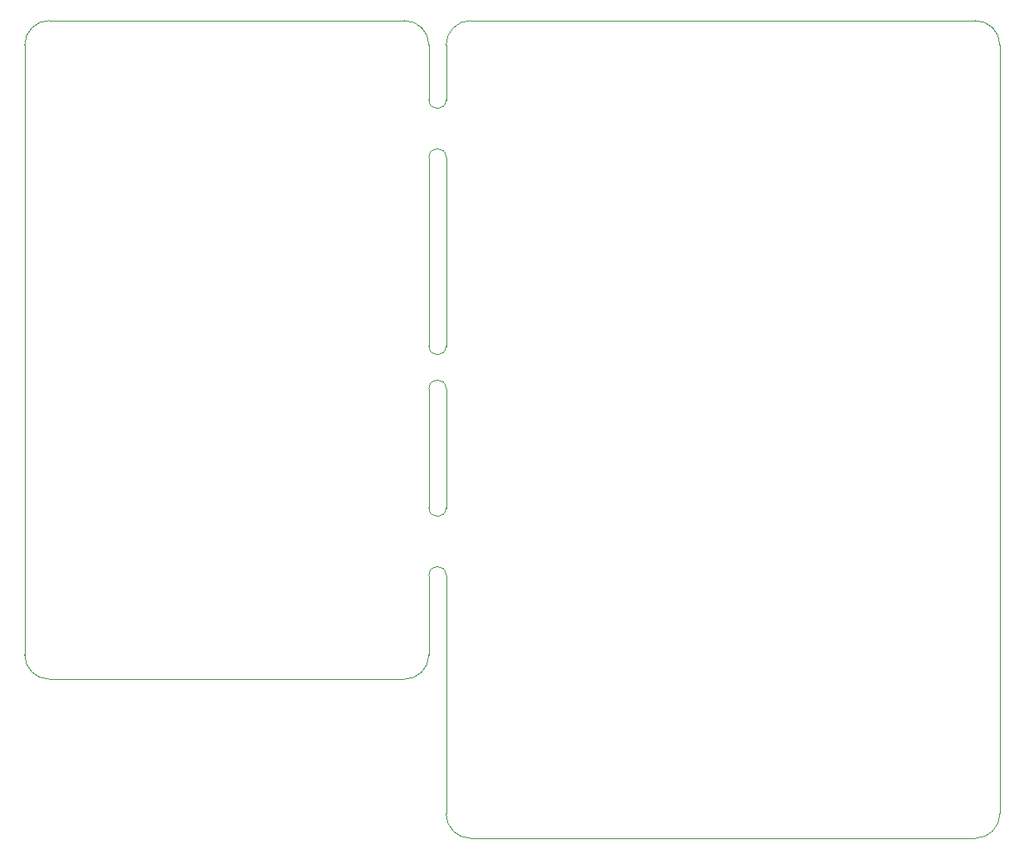
<source format=gm1>
G04 #@! TF.GenerationSoftware,KiCad,Pcbnew,5.1.10-88a1d61d58~88~ubuntu18.04.1*
G04 #@! TF.CreationDate,2021-10-23T19:38:23+09:00*
G04 #@! TF.ProjectId,CameraJigSTM32F446RE_Head,43616d65-7261-44a6-9967-53544d333246,rev?*
G04 #@! TF.SameCoordinates,Original*
G04 #@! TF.FileFunction,Profile,NP*
%FSLAX46Y46*%
G04 Gerber Fmt 4.6, Leading zero omitted, Abs format (unit mm)*
G04 Created by KiCad (PCBNEW 5.1.10-88a1d61d58~88~ubuntu18.04.1) date 2021-10-23 19:38:23*
%MOMM*%
%LPD*%
G01*
G04 APERTURE LIST*
G04 #@! TA.AperFunction,Profile*
%ADD10C,0.050000*%
G04 #@! TD*
G04 APERTURE END LIST*
D10*
X107500000Y-95250000D02*
X107500000Y-75946000D01*
X105750000Y-75946000D02*
X105750000Y-95250000D01*
X105750000Y-111760000D02*
X105750000Y-99568000D01*
X107500000Y-99568000D02*
X107500000Y-111760000D01*
X105750000Y-118618000D02*
G75*
G02*
X107500000Y-118618000I875000J0D01*
G01*
X107500000Y-111760000D02*
G75*
G02*
X105750000Y-111760000I-875000J0D01*
G01*
X107500000Y-95250000D02*
G75*
G02*
X105750000Y-95250000I-875000J0D01*
G01*
X105750000Y-99568000D02*
G75*
G02*
X107500000Y-99568000I875000J0D01*
G01*
X107500000Y-70104000D02*
X107500000Y-64500000D01*
X105750000Y-64500000D02*
X105750000Y-70104000D01*
X105750000Y-75946000D02*
G75*
G02*
X107500000Y-75946000I875000J0D01*
G01*
X107500000Y-70104000D02*
G75*
G02*
X105750000Y-70104000I-875000J0D01*
G01*
X110000000Y-145500000D02*
G75*
G02*
X107500000Y-143000000I0J2500000D01*
G01*
X164000000Y-143000000D02*
G75*
G02*
X161500000Y-145500000I-2500000J0D01*
G01*
X161500000Y-145500000D02*
X110000000Y-145500000D01*
X107500000Y-64500000D02*
G75*
G02*
X110000000Y-62000000I2500000J0D01*
G01*
X161500000Y-62000000D02*
X110000000Y-62000000D01*
X107500000Y-118618000D02*
X107500000Y-143000000D01*
X103250000Y-62000000D02*
G75*
G02*
X105750000Y-64500000I0J-2500000D01*
G01*
X105750000Y-126750000D02*
G75*
G02*
X103250000Y-129250000I-2500000J0D01*
G01*
X105750000Y-118618000D02*
X105750000Y-126750000D01*
X67000000Y-129250000D02*
G75*
G02*
X64500000Y-126750000I0J2500000D01*
G01*
X103250000Y-129250000D02*
X67000000Y-129250000D01*
X161500000Y-62000000D02*
G75*
G02*
X164000000Y-64500000I0J-2500000D01*
G01*
X164000000Y-64500000D02*
X164000000Y-143000000D01*
X64500000Y-64500000D02*
G75*
G02*
X67000000Y-62000000I2500000J0D01*
G01*
X64500000Y-64500000D02*
X64500000Y-126750000D01*
X67000000Y-62000000D02*
X103250000Y-62000000D01*
M02*

</source>
